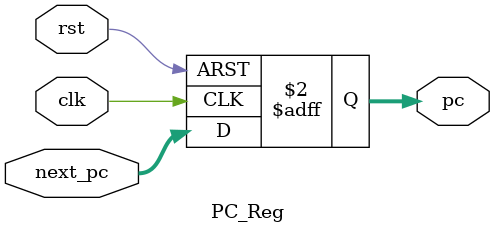
<source format=v>
module PC_Reg (
        input  wire        clk,        // 时钟信号
        input  wire        rst,        // 复位信号
        input  wire [31:0] next_pc,    // 下一个PC值
        output reg  [31:0] pc          // 当前PC
    );

    // 明确使用参数定义RESET_VECTOR
    parameter RESET_VECTOR = 32'h8000_0000;

    // PC寄存器逻辑
    always @(posedge clk or posedge rst) begin
        if (rst) begin
            // 复位时设置PC为RESET_VECTOR
            pc <= RESET_VECTOR;
        end
        else begin
            // 否则更新为next_pc
            pc <= next_pc;
        end
    end
endmodule

</source>
